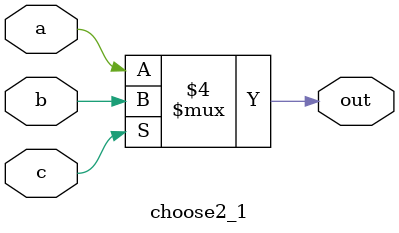
<source format=v>
module choose2_1(a,b,c,out);
	input a,b,c;
	output out;
	reg out;
	
	always@(c or a or b)
	begin
		if (!c) out=a;
		else out=b;
	end
endmodule

</source>
